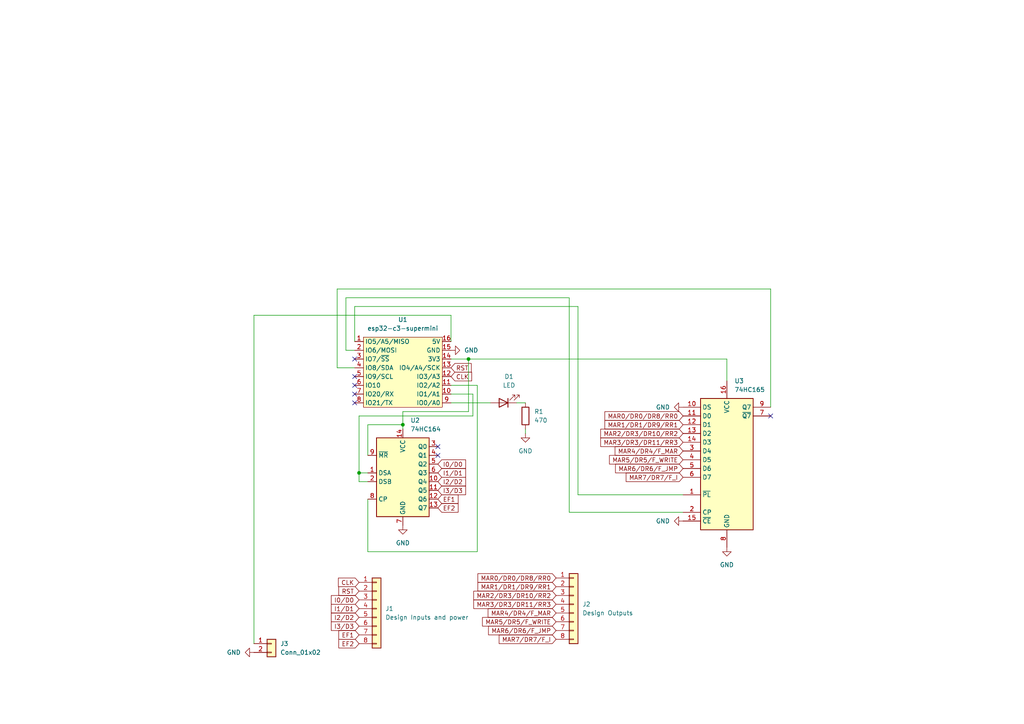
<source format=kicad_sch>
(kicad_sch (version 20230121) (generator eeschema)
  (paper "A4")
  (lib_symbols
    (symbol "74xx:74HC164"
      (property "Reference" "U" (at 1.905 -13.97 0))
      (property "Value" "74HC164" (at 1.905 -16.51 0))
      (symbol "74HC164_0_1"
        (rectangle (start 7.62 10.16) (end -7.62 -12.7) (stroke (width 0.254)) (fill (type background)))
      )
      (symbol "74HC164_1_1"
        (pin input line (at -10.16 0 0) (length 2.54) (name "DSA") (number "1"))
        (pin output line (at 10.16 -2.54 180) (length 2.54) (name "Q4") (number "10"))
        (pin output line (at 10.16 -5.08 180) (length 2.54) (name "Q5") (number "11"))
        (pin output line (at 10.16 -7.62 180) (length 2.54) (name "Q6") (number "12"))
        (pin output line (at 10.16 -10.16 180) (length 2.54) (name "Q7") (number "13"))
        (pin power_in line (at 0 12.7 270) (length 2.54) (name "VCC") (number "14"))
        (pin input line (at -10.16 -2.54 0) (length 2.54) (name "DSB") (number "2"))
        (pin output line (at 10.16 7.62 180) (length 2.54) (name "Q0") (number "3"))
        (pin output line (at 10.16 5.08 180) (length 2.54) (name "Q1") (number "4"))
        (pin output line (at 10.16 2.54 180) (length 2.54) (name "Q2") (number "5"))
        (pin output line (at 10.16 0 180) (length 2.54) (name "Q3") (number "6"))
        (pin power_in line (at 0 -15.24 90) (length 2.54) (name "GND") (number "7"))
        (pin input line (at -10.16 -7.62 0) (length 2.54) (name "CP") (number "8"))
        (pin input line (at -10.16 5.08 0) (length 2.54) (name "~{MR}") (number "9"))
      )
    )
    (symbol "74xx:74HC165"
      (property "Reference" "U" (at -7.62 19.05 0))
      (property "Value" "74HC165" (at -7.62 -21.59 0))
      (symbol "74HC165_1_0"
        (pin input line (at -12.7 -10.16 0) (length 5.08) (name "~{PL}") (number "1"))
        (pin input line (at -12.7 15.24 0) (length 5.08) (name "DS") (number "10"))
        (pin input line (at -12.7 12.7 0) (length 5.08) (name "D0") (number "11"))
        (pin input line (at -12.7 10.16 0) (length 5.08) (name "D1") (number "12"))
        (pin input line (at -12.7 7.62 0) (length 5.08) (name "D2") (number "13"))
        (pin input line (at -12.7 5.08 0) (length 5.08) (name "D3") (number "14"))
        (pin input line (at -12.7 -17.78 0) (length 5.08) (name "~{CE}") (number "15"))
        (pin power_in line (at 0 22.86 270) (length 5.08) (name "VCC") (number "16"))
        (pin input line (at -12.7 -15.24 0) (length 5.08) (name "CP") (number "2"))
        (pin input line (at -12.7 2.54 0) (length 5.08) (name "D4") (number "3"))
        (pin input line (at -12.7 0 0) (length 5.08) (name "D5") (number "4"))
        (pin input line (at -12.7 -2.54 0) (length 5.08) (name "D6") (number "5"))
        (pin input line (at -12.7 -5.08 0) (length 5.08) (name "D7") (number "6"))
        (pin output line (at 12.7 12.7 180) (length 5.08) (name "~{Q7}") (number "7"))
        (pin power_in line (at 0 -25.4 90) (length 5.08) (name "GND") (number "8"))
        (pin output line (at 12.7 15.24 180) (length 5.08) (name "Q7") (number "9"))
      )
      (symbol "74HC165_1_1"
        (rectangle (start -7.62 17.78) (end 7.62 -20.32) (stroke (width 0.254)) (fill (type background)))
      )
    )
    (symbol "Connector_Generic:Conn_01x02" (pin_names (offset 1.016) hide)
      (property "Reference" "J" (at 0 2.54 0))
      (property "Value" "Conn_01x02" (at 0 -5.08 0))
      (symbol "Conn_01x02_1_1"
        (rectangle (start -1.27 -2.413) (end 0 -2.667) (stroke (width 0.1524)))
        (rectangle (start -1.27 0.127) (end 0 -0.127) (stroke (width 0.1524)))
        (rectangle (start -1.27 1.27) (end 1.27 -3.81) (stroke (width 0.254)) (fill (type background)))
        (pin passive line (at -5.08 0 0) (length 3.81) (name "Pin_1") (number "1"))
        (pin passive line (at -5.08 -2.54 0) (length 3.81) (name "Pin_2") (number "2"))
      )
    )
    (symbol "Connector_Generic:Conn_01x08" (pin_names (offset 1.016) hide)
      (property "Reference" "J" (at 0 10.16 0))
      (property "Value" "Conn_01x08" (at 0 -12.7 0))
      (symbol "Conn_01x08_1_1"
        (rectangle (start -1.27 -10.033) (end 0 -10.287) (stroke (width 0.1524)))
        (rectangle (start -1.27 -7.493) (end 0 -7.747) (stroke (width 0.1524)))
        (rectangle (start -1.27 -4.953) (end 0 -5.207) (stroke (width 0.1524)))
        (rectangle (start -1.27 -2.413) (end 0 -2.667) (stroke (width 0.1524)))
        (rectangle (start -1.27 0.127) (end 0 -0.127) (stroke (width 0.1524)))
        (rectangle (start -1.27 2.667) (end 0 2.413) (stroke (width 0.1524)))
        (rectangle (start -1.27 5.207) (end 0 4.953) (stroke (width 0.1524)))
        (rectangle (start -1.27 7.747) (end 0 7.493) (stroke (width 0.1524)))
        (rectangle (start -1.27 8.89) (end 1.27 -11.43) (stroke (width 0.254)) (fill (type background)))
        (pin passive line (at -5.08 7.62 0) (length 3.81) (name "Pin_1") (number "1"))
        (pin passive line (at -5.08 5.08 0) (length 3.81) (name "Pin_2") (number "2"))
        (pin passive line (at -5.08 2.54 0) (length 3.81) (name "Pin_3") (number "3"))
        (pin passive line (at -5.08 0 0) (length 3.81) (name "Pin_4") (number "4"))
        (pin passive line (at -5.08 -2.54 0) (length 3.81) (name "Pin_5") (number "5"))
        (pin passive line (at -5.08 -5.08 0) (length 3.81) (name "Pin_6") (number "6"))
        (pin passive line (at -5.08 -7.62 0) (length 3.81) (name "Pin_7") (number "7"))
        (pin passive line (at -5.08 -10.16 0) (length 3.81) (name "Pin_8") (number "8"))
      )
    )
    (symbol "Device:LED" (pin_numbers hide) (pin_names (offset 1.016) hide)
      (property "Reference" "D" (at 0 2.54 0))
      (property "Value" "LED" (at 0 -2.54 0))
      (symbol "LED_0_1"
        (polyline (pts (xy -1.27 -1.27) (xy -1.27 1.27)) (stroke (width 0.254)))
        (polyline (pts (xy -1.27 0) (xy 1.27 0)))
        (polyline (pts (xy 1.27 -1.27) (xy 1.27 1.27) (xy -1.27 0) (xy 1.27 -1.27)) (stroke (width 0.254)))
        (polyline (pts (xy -3.048 -0.762) (xy -4.572 -2.286) (xy -3.81 -2.286) (xy -4.572 -2.286) (xy -4.572 -1.524)))
        (polyline (pts (xy -1.778 -0.762) (xy -3.302 -2.286) (xy -2.54 -2.286) (xy -3.302 -2.286) (xy -3.302 -1.524)))
      )
      (symbol "LED_1_1"
        (pin passive line (at -3.81 0 0) (length 2.54) (name "K") (number "1"))
        (pin passive line (at 3.81 0 180) (length 2.54) (name "A") (number "2"))
      )
    )
    (symbol "Device:R" (pin_numbers hide) (pin_names (offset 0))
      (property "Reference" "R" (at 2.032 0 90))
      (property "Value" "R" (at 0 0 90))
      (symbol "R_0_1"
        (rectangle (start -1.016 -2.54) (end 1.016 2.54) (stroke (width 0.254)))
      )
      (symbol "R_1_1"
        (pin passive line (at 0 3.81 270) (length 1.27) (name "~") (number "1"))
        (pin passive line (at 0 -3.81 90) (length 1.27) (name "~") (number "2"))
      )
    )
    (symbol "Tholin:esp32-c3-supermini"
      (property "Reference" "U" (at 0 0 0))
      (property "Value" "esp32-c3-supermini" (at 0 0 0))
      (symbol "esp32-c3-supermini_1_1"
        (rectangle (start -11.43 -2.54) (end 11.43 -22.86) (fill (type background)))
        (pin bidirectional line (at -13.97 -3.81 0) (length 2.54) (name "IO5/A5/MISO") (number "1"))
        (pin bidirectional line (at 13.97 -19.05 180) (length 2.54) (name "IO1/A1") (number "10"))
        (pin bidirectional line (at 13.97 -16.51 180) (length 2.54) (name "IO2/A2") (number "11"))
        (pin bidirectional line (at 13.97 -13.97 180) (length 2.54) (name "IO3/A3") (number "12"))
        (pin bidirectional line (at 13.97 -11.43 180) (length 2.54) (name "IO4/A4/SCK") (number "13"))
        (pin power_in line (at 13.97 -8.89 180) (length 2.54) (name "3V3") (number "14"))
        (pin power_in line (at 13.97 -6.35 180) (length 2.54) (name "GND") (number "15"))
        (pin power_in line (at 13.97 -3.81 180) (length 2.54) (name "5V") (number "16"))
        (pin bidirectional line (at -13.97 -6.35 0) (length 2.54) (name "IO6/MOSI") (number "2"))
        (pin bidirectional line (at -13.97 -8.89 0) (length 2.54) (name "IO7/~{SS}") (number "3"))
        (pin bidirectional line (at -13.97 -11.43 0) (length 2.54) (name "IO8/SDA") (number "4"))
        (pin bidirectional line (at -13.97 -13.97 0) (length 2.54) (name "IO9/SCL") (number "5"))
        (pin bidirectional line (at -13.97 -16.51 0) (length 2.54) (name "IO10") (number "6"))
        (pin bidirectional line (at -13.97 -19.05 0) (length 2.54) (name "IO20/RX") (number "7"))
        (pin bidirectional line (at -13.97 -21.59 0) (length 2.54) (name "IO21/TX") (number "8"))
        (pin bidirectional line (at 13.97 -21.59 180) (length 2.54) (name "IO0/A0") (number "9"))
      )
    )
    (symbol "power:GND" (power) (pin_names (offset 0))
      (property "Value" "GND" (at 0 -3.81 0))
      (symbol "GND_0_1"
        (polyline (pts (xy 0 0) (xy 0 -1.27) (xy 1.27 -1.27) (xy 0 -2.54) (xy -1.27 -1.27) (xy 0 -1.27)))
      )
      (symbol "GND_1_1"
        (pin power_in line (at 0 0 270) (length 0) hide (name "GND") (number "1"))
      )
    )
  )
  (junction (at 135.89 104.14))
  (junction (at 116.84 123.19))
  (junction (at 104.14 137.16))
  (no_connect (at 102.87 104.14))
  (no_connect (at 102.87 114.3))
  (no_connect (at 102.87 111.76))
  (no_connect (at 127 132.08))
  (no_connect (at 127 129.54))
  (no_connect (at 102.87 116.84))
  (no_connect (at 102.87 109.22))
  (no_connect (at 223.52 120.65))
  (wire (pts (xy 165.1 148.59) (xy 198.12 148.59)))
  (wire (pts (xy 223.52 83.82) (xy 97.79 83.82)))
  (wire (pts (xy 102.87 99.06) (xy 102.87 88.9)))
  (wire (pts (xy 100.33 86.36) (xy 165.1 86.36)))
  (wire (pts (xy 73.66 186.69) (xy 73.66 91.44)))
  (wire (pts (xy 210.82 104.14) (xy 135.89 104.14)))
  (wire (pts (xy 135.89 104.14) (xy 135.89 119.38)))
  (wire (pts (xy 104.14 137.16) (xy 106.68 137.16)))
  (wire (pts (xy 100.33 101.6) (xy 100.33 86.36)))
  (wire (pts (xy 130.81 91.44) (xy 130.81 99.06)))
  (wire (pts (xy 130.81 116.84) (xy 142.24 116.84)))
  (wire (pts (xy 116.84 123.19) (xy 116.84 124.46)))
  (wire (pts (xy 210.82 110.49) (xy 210.82 104.14)))
  (wire (pts (xy 102.87 101.6) (xy 100.33 101.6)))
  (wire (pts (xy 137.16 114.3) (xy 137.16 120.65)))
  (wire (pts (xy 104.14 139.7) (xy 104.14 137.16)))
  (wire (pts (xy 152.4 124.46) (xy 152.4 125.73)))
  (wire (pts (xy 130.81 104.14) (xy 135.89 104.14)))
  (wire (pts (xy 106.68 132.08) (xy 106.68 123.19)))
  (wire (pts (xy 97.79 106.68) (xy 102.87 106.68)))
  (wire (pts (xy 135.89 119.38) (xy 116.84 119.38)))
  (wire (pts (xy 104.14 120.65) (xy 104.14 137.16)))
  (wire (pts (xy 116.84 119.38) (xy 116.84 123.19)))
  (wire (pts (xy 138.43 111.76) (xy 138.43 160.02)))
  (wire (pts (xy 97.79 83.82) (xy 97.79 106.68)))
  (wire (pts (xy 149.86 116.84) (xy 152.4 116.84)))
  (wire (pts (xy 106.68 139.7) (xy 104.14 139.7)))
  (wire (pts (xy 102.87 88.9) (xy 167.64 88.9)))
  (wire (pts (xy 167.64 88.9) (xy 167.64 143.51)))
  (wire (pts (xy 138.43 160.02) (xy 106.68 160.02)))
  (wire (pts (xy 167.64 143.51) (xy 198.12 143.51)))
  (wire (pts (xy 165.1 86.36) (xy 165.1 148.59)))
  (wire (pts (xy 130.81 111.76) (xy 138.43 111.76)))
  (wire (pts (xy 106.68 123.19) (xy 116.84 123.19)))
  (wire (pts (xy 137.16 120.65) (xy 104.14 120.65)))
  (wire (pts (xy 223.52 118.11) (xy 223.52 83.82)))
  (wire (pts (xy 106.68 160.02) (xy 106.68 144.78)))
  (wire (pts (xy 73.66 91.44) (xy 130.81 91.44)))
  (wire (pts (xy 130.81 114.3) (xy 137.16 114.3)))
  (global_label "MAR1{slash}DR1{slash}DR9{slash}RR1" (shape input) (at 198.12 123.19 180) (property "Intersheetrefs" "${INTERSHEET_REFS}" (effects hide)))
  (global_label "I1{slash}D1" (shape input) (at 104.14 176.53 180) (property "Intersheetrefs" "${INTERSHEET_REFS}" (effects hide)))
  (global_label "CLK" (shape input) (at 104.14 168.91 180) (property "Intersheetrefs" "${INTERSHEET_REFS}" (effects hide)))
  (global_label "MAR1{slash}DR1{slash}DR9{slash}RR1" (shape input) (at 161.29 170.18 180) (property "Intersheetrefs" "${INTERSHEET_REFS}" (effects hide)))
  (global_label "I0{slash}D0" (shape input) (at 127 134.62 0) (property "Intersheetrefs" "${INTERSHEET_REFS}" (effects hide)))
  (global_label "I2{slash}D2" (shape input) (at 127 139.7 0) (property "Intersheetrefs" "${INTERSHEET_REFS}" (effects hide)))
  (global_label "MAR4{slash}DR4{slash}F_MAR" (shape input) (at 198.12 130.81 180) (property "Intersheetrefs" "${INTERSHEET_REFS}" (effects hide)))
  (global_label "EF2" (shape input) (at 104.14 186.69 180) (property "Intersheetrefs" "${INTERSHEET_REFS}" (effects hide)))
  (global_label "MAR7{slash}DR7{slash}F_I" (shape input) (at 198.12 138.43 180) (property "Intersheetrefs" "${INTERSHEET_REFS}" (effects hide)))
  (global_label "MAR0{slash}DR0{slash}DR8{slash}RR0" (shape input) (at 161.29 167.64 180) (property "Intersheetrefs" "${INTERSHEET_REFS}" (effects hide)))
  (global_label "MAR0{slash}DR0{slash}DR8{slash}RR0" (shape input) (at 198.12 120.65 180) (property "Intersheetrefs" "${INTERSHEET_REFS}" (effects hide)))
  (global_label "MAR3{slash}DR3{slash}DR11{slash}RR3" (shape input) (at 198.12 128.27 180) (property "Intersheetrefs" "${INTERSHEET_REFS}" (effects hide)))
  (global_label "MAR2{slash}DR3{slash}DR10{slash}RR2" (shape input) (at 161.29 172.72 180) (property "Intersheetrefs" "${INTERSHEET_REFS}" (effects hide)))
  (global_label "MAR5{slash}DR5{slash}F_WRITE" (shape input) (at 161.29 180.34 180) (property "Intersheetrefs" "${INTERSHEET_REFS}" (effects hide)))
  (global_label "EF2" (shape input) (at 127 147.32 0) (property "Intersheetrefs" "${INTERSHEET_REFS}" (effects hide)))
  (global_label "EF1" (shape input) (at 127 144.78 0) (property "Intersheetrefs" "${INTERSHEET_REFS}" (effects hide)))
  (global_label "MAR4{slash}DR4{slash}F_MAR" (shape input) (at 161.29 177.8 180) (property "Intersheetrefs" "${INTERSHEET_REFS}" (effects hide)))
  (global_label "I3{slash}D3" (shape input) (at 127 142.24 0) (property "Intersheetrefs" "${INTERSHEET_REFS}" (effects hide)))
  (global_label "I1{slash}D1" (shape input) (at 127 137.16 0) (property "Intersheetrefs" "${INTERSHEET_REFS}" (effects hide)))
  (global_label "MAR6{slash}DR6{slash}F_JMP" (shape input) (at 198.12 135.89 180) (property "Intersheetrefs" "${INTERSHEET_REFS}" (effects hide)))
  (global_label "MAR6{slash}DR6{slash}F_JMP" (shape input) (at 161.29 182.88 180) (property "Intersheetrefs" "${INTERSHEET_REFS}" (effects hide)))
  (global_label "EF1" (shape input) (at 104.14 184.15 180) (property "Intersheetrefs" "${INTERSHEET_REFS}" (effects hide)))
  (global_label "MAR5{slash}DR5{slash}F_WRITE" (shape input) (at 198.12 133.35 180) (property "Intersheetrefs" "${INTERSHEET_REFS}" (effects hide)))
  (global_label "I2{slash}D2" (shape input) (at 104.14 179.07 180) (property "Intersheetrefs" "${INTERSHEET_REFS}" (effects hide)))
  (global_label "MAR2{slash}DR3{slash}DR10{slash}RR2" (shape input) (at 198.12 125.73 180) (property "Intersheetrefs" "${INTERSHEET_REFS}" (effects hide)))
  (global_label "MAR7{slash}DR7{slash}F_I" (shape input) (at 161.29 185.42 180) (property "Intersheetrefs" "${INTERSHEET_REFS}" (effects hide)))
  (global_label "CLK" (shape input) (at 130.81 109.22 0) (property "Intersheetrefs" "${INTERSHEET_REFS}" (effects hide)))
  (global_label "MAR3{slash}DR3{slash}DR11{slash}RR3" (shape input) (at 161.29 175.26 180) (property "Intersheetrefs" "${INTERSHEET_REFS}" (effects hide)))
  (global_label "I0{slash}D0" (shape input) (at 104.14 173.99 180) (property "Intersheetrefs" "${INTERSHEET_REFS}" (effects hide)))
  (global_label "RST" (shape input) (at 130.81 106.68 0) (property "Intersheetrefs" "${INTERSHEET_REFS}" (effects hide)))
  (global_label "I3{slash}D3" (shape input) (at 104.14 181.61 180) (property "Intersheetrefs" "${INTERSHEET_REFS}" (effects hide)))
  (global_label "RST" (shape input) (at 104.14 171.45 180) (property "Intersheetrefs" "${INTERSHEET_REFS}" (effects hide)))
  (symbol (lib_id "Connector_Generic:Conn_01x08") (at 109.22 176.53 0) (unit 1)
    (property "Reference" "J1" (at 111.76 176.53 0) (effects (justify left)))
    (property "Value" "Design Inputs and power" (at 111.76 179.07 0) (effects (justify left)))
    (property "Footprint" "Connector_PinHeader_2.54mm:PinHeader_1x08_P2.54mm_Vertical" (effects hide))
  )
  (symbol (lib_id "Connector_Generic:Conn_01x08") (at 166.37 175.26 0) (unit 1)
    (property "Reference" "J2" (at 168.91 175.26 0) (effects (justify left)))
    (property "Value" "Design Outputs" (at 168.91 177.8 0) (effects (justify left)))
    (property "Footprint" "Connector_PinHeader_2.54mm:PinHeader_1x08_P2.54mm_Vertical" (effects hide))
  )
  (symbol (lib_id "power:GND") (at 198.12 151.13 270) (unit 1)
    (property "Reference" "#PWR07" (effects hide))
    (property "Value" "GND" (at 194.31 151.13 90) (effects (justify right)))
  )
  (symbol (lib_id "power:GND") (at 73.66 189.23 270) (unit 1)
    (property "Reference" "#PWR04" (effects hide))
    (property "Value" "GND" (at 69.85 189.23 90) (effects (justify right)))
  )
  (symbol (lib_id "power:GND") (at 130.81 101.6 90) (unit 1)
    (property "Reference" "#PWR01" (effects hide))
    (property "Value" "GND" (at 134.62 101.6 90) (effects (justify right)))
  )
  (symbol (lib_id "Device:LED") (at 146.05 116.84 180) (unit 1)
    (property "Reference" "D1" (at 147.6375 109.22 0))
    (property "Value" "LED" (at 147.6375 111.76 0))
  )
  (symbol (lib_id "Connector_Generic:Conn_01x02") (at 78.74 186.69 0) (unit 1)
    (property "Reference" "J3" (at 81.28 186.69 0) (effects (justify left)))
    (property "Value" "Conn_01x02" (at 81.28 189.23 0) (effects (justify left)))
    (property "Footprint" "Connector_PinHeader_2.54mm:PinHeader_1x02_P2.54mm_Vertical" (effects hide))
  )
  (symbol (lib_id "Tholin:esp32-c3-supermini") (at 116.84 95.25 0) (unit 1)
    (property "Reference" "U1" (at 116.84 92.71 0))
    (property "Value" "esp32-c3-supermini" (at 116.84 95.25 0))
  )
  (symbol (lib_id "74xx:74HC165") (at 210.82 133.35 0) (unit 1)
    (property "Reference" "U3" (at 213.0141 110.49 0) (effects (justify left)))
    (property "Value" "74HC165" (at 213.0141 113.03 0) (effects (justify left)))
    (property "Datasheet" "https://assets.nexperia.com/documents/data-sheet/74HC_HCT165.pdf" (effects hide))
  )
  (symbol (lib_id "Device:R") (at 152.4 120.65 0) (unit 1)
    (property "Reference" "R1" (at 154.94 119.38 0) (effects (justify left)))
    (property "Value" "470" (at 154.94 121.92 0) (effects (justify left)))
  )
  (symbol (lib_id "74xx:74HC164") (at 116.84 137.16 0) (unit 1)
    (property "Reference" "U2" (at 119.0341 121.92 0) (effects (justify left)))
    (property "Value" "74HC164" (at 119.0341 124.46 0) (effects (justify left)))
    (property "Datasheet" "https://assets.nexperia.com/documents/data-sheet/74HC_HCT164.pdf" (effects hide))
  )
  (symbol (lib_id "power:GND") (at 116.84 152.4 0) (unit 1)
    (property "Reference" "#PWR02" (effects hide))
    (property "Value" "GND" (at 116.84 157.48 0))
  )
  (symbol (lib_id "power:GND") (at 210.82 158.75 0) (unit 1)
    (property "Reference" "#PWR05" (effects hide))
    (property "Value" "GND" (at 210.82 163.83 0))
  )
  (symbol (lib_id "power:GND") (at 152.4 125.73 0) (unit 1)
    (property "Reference" "#PWR03" (effects hide))
    (property "Value" "GND" (at 152.4 130.81 0))
  )
  (symbol (lib_id "power:GND") (at 198.12 118.11 270) (unit 1)
    (property "Reference" "#PWR06" (effects hide))
    (property "Value" "GND" (at 194.31 118.11 90) (effects (justify right)))
  )
)
</source>
